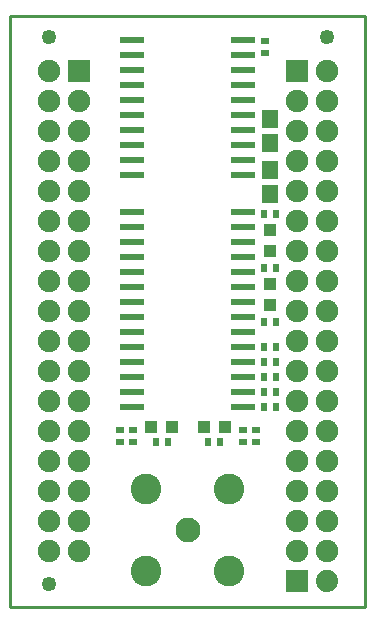
<source format=gbr>
G04 #@! TF.FileFunction,Soldermask,Top*
%FSLAX46Y46*%
G04 Gerber Fmt 4.6, Leading zero omitted, Abs format (unit mm)*
G04 Created by KiCad (PCBNEW 4.0.1-3.201512221401+6198~38~ubuntu15.10.1-stable) date Thu 31 Mar 2016 03:59:41 PM EEST*
%MOMM*%
G01*
G04 APERTURE LIST*
%ADD10C,0.100000*%
%ADD11C,0.254000*%
%ADD12R,1.851600X1.851600*%
%ADD13C,1.901600*%
%ADD14R,1.117600X1.117600*%
%ADD15R,0.601600X0.651600*%
%ADD16R,0.651600X0.601600*%
%ADD17R,1.371600X1.625600*%
%ADD18C,2.601600*%
%ADD19C,2.101600*%
%ADD20R,2.000000X0.600000*%
%ADD21R,1.879600X1.879600*%
%ADD22C,1.879600*%
%ADD23C,1.254000*%
G04 APERTURE END LIST*
D10*
D11*
X125000000Y-120000000D02*
X125000000Y-70000000D01*
X155000000Y-120000000D02*
X125000000Y-120000000D01*
X155000000Y-70000000D02*
X155000000Y-120000000D01*
X125000000Y-70000000D02*
X155000000Y-70000000D01*
D12*
X149225000Y-74676000D03*
D13*
X151765000Y-74676000D03*
X149225000Y-77216000D03*
X151765000Y-77216000D03*
X149225000Y-79756000D03*
X151765000Y-79756000D03*
X149225000Y-82296000D03*
X151765000Y-82296000D03*
X149225000Y-84836000D03*
X151765000Y-84836000D03*
X151765000Y-87376000D03*
X149225000Y-87376000D03*
X151765000Y-89916000D03*
X149225000Y-89916000D03*
X151765000Y-92456000D03*
X149225000Y-92456000D03*
X151765000Y-94996000D03*
X149225000Y-94996000D03*
X151765000Y-97536000D03*
X149225000Y-97536000D03*
X151765000Y-105156000D03*
X149225000Y-105156000D03*
X151765000Y-115316000D03*
X149225000Y-112776000D03*
X151765000Y-112776000D03*
X149225000Y-115316000D03*
X149225000Y-110236000D03*
X151765000Y-107696000D03*
X151765000Y-110236000D03*
X149225000Y-107696000D03*
X151765000Y-100076000D03*
X151765000Y-102616000D03*
X149225000Y-102616000D03*
X149225000Y-100076000D03*
D14*
X146939000Y-89916000D03*
X146939000Y-88138000D03*
D15*
X142748000Y-106045000D03*
X141732000Y-106045000D03*
D16*
X144653000Y-106045000D03*
X144653000Y-105029000D03*
X145796000Y-106045000D03*
X145796000Y-105029000D03*
X134239000Y-106045000D03*
X134239000Y-105029000D03*
D15*
X146431000Y-101854000D03*
X147447000Y-101854000D03*
X146431000Y-103124000D03*
X147447000Y-103124000D03*
X147447000Y-86741000D03*
X146431000Y-86741000D03*
D14*
X146939000Y-94488000D03*
X146939000Y-92710000D03*
D15*
X147447000Y-91313000D03*
X146431000Y-91313000D03*
X146431000Y-95885000D03*
X147447000Y-95885000D03*
X146431000Y-100584000D03*
X147447000Y-100584000D03*
D17*
X146939000Y-83058000D03*
X146939000Y-85090000D03*
D15*
X146431000Y-98044000D03*
X147447000Y-98044000D03*
D16*
X135382000Y-105029000D03*
X135382000Y-106045000D03*
D15*
X137287000Y-106045000D03*
X138303000Y-106045000D03*
D18*
X136500000Y-117000000D03*
X136500000Y-110000000D03*
X143500000Y-110000000D03*
D19*
X140000000Y-113500000D03*
D18*
X143500000Y-117000000D03*
D17*
X146939000Y-80772000D03*
X146939000Y-78740000D03*
D15*
X146431000Y-99314000D03*
X147447000Y-99314000D03*
D14*
X138684000Y-104775000D03*
X136906000Y-104775000D03*
X141351000Y-104775000D03*
X143129000Y-104775000D03*
D16*
X146558000Y-72136000D03*
X146558000Y-73152000D03*
D20*
X135254000Y-72009000D03*
X135254000Y-73279000D03*
X135254000Y-74549000D03*
X135254000Y-75819000D03*
X135254000Y-77089000D03*
X135254000Y-78359000D03*
X135254000Y-79629000D03*
X135254000Y-80899000D03*
X135254000Y-82169000D03*
X135254000Y-83439000D03*
X144654000Y-83439000D03*
X144654000Y-82169000D03*
X144654000Y-80899000D03*
X144654000Y-79629000D03*
X144654000Y-78359000D03*
X144654000Y-77089000D03*
X144654000Y-75819000D03*
X144654000Y-74549000D03*
X144654000Y-73279000D03*
X144654000Y-72009000D03*
D21*
X149225000Y-117856000D03*
D22*
X151765000Y-117856000D03*
D23*
X128270000Y-118110000D03*
X128270000Y-71755000D03*
X151765000Y-71755000D03*
D20*
X135255000Y-86614000D03*
X135255000Y-87884000D03*
X135255000Y-89154000D03*
X135255000Y-90424000D03*
X135255000Y-91694000D03*
X135255000Y-92964000D03*
X135255000Y-94234000D03*
X135255000Y-95504000D03*
X135255000Y-96774000D03*
X135255000Y-98044000D03*
X135255000Y-99314000D03*
X135255000Y-100584000D03*
X135255000Y-101854000D03*
X135255000Y-103124000D03*
X144653000Y-103124000D03*
X144653000Y-101854000D03*
X144653000Y-100584000D03*
X144653000Y-99314000D03*
X144653000Y-98044000D03*
X144653000Y-96774000D03*
X144653000Y-95504000D03*
X144653000Y-94234000D03*
X144653000Y-92964000D03*
X144653000Y-91694000D03*
X144653000Y-90424000D03*
X144653000Y-89154000D03*
X144653000Y-87884000D03*
X144653000Y-86614000D03*
D12*
X130810000Y-74676000D03*
D13*
X128270000Y-74676000D03*
X130810000Y-77216000D03*
X128270000Y-77216000D03*
X130810000Y-79756000D03*
X128270000Y-79756000D03*
X130810000Y-82296000D03*
X128270000Y-82296000D03*
X130810000Y-84836000D03*
X128270000Y-84836000D03*
X128270000Y-87376000D03*
X130810000Y-87376000D03*
X128270000Y-89916000D03*
X130810000Y-89916000D03*
X128270000Y-92456000D03*
X130810000Y-92456000D03*
X128270000Y-94996000D03*
X130810000Y-94996000D03*
X128270000Y-97536000D03*
X130810000Y-97536000D03*
X128270000Y-105156000D03*
X130810000Y-105156000D03*
X128270000Y-115316000D03*
X130810000Y-112776000D03*
X128270000Y-112776000D03*
X130810000Y-115316000D03*
X130810000Y-110236000D03*
X128270000Y-107696000D03*
X128270000Y-110236000D03*
X130810000Y-107696000D03*
X128270000Y-100076000D03*
X128270000Y-102616000D03*
X130810000Y-102616000D03*
X130810000Y-100076000D03*
M02*

</source>
